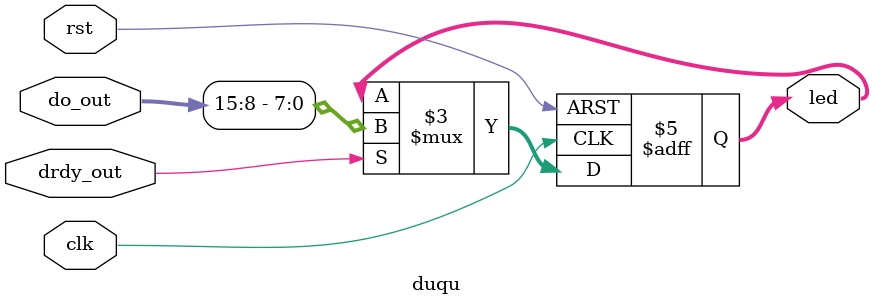
<source format=v>
`timescale 1ns / 1ps
module duqu(
input clk,
input rst,
input [15:0]do_out,
input drdy_out,
output reg [7:0]led
    );
always @(posedge clk or posedge rst)
if(rst)
     led<=12'b0;
else if(drdy_out==1)
     led<=do_out[15:8];
endmodule

</source>
